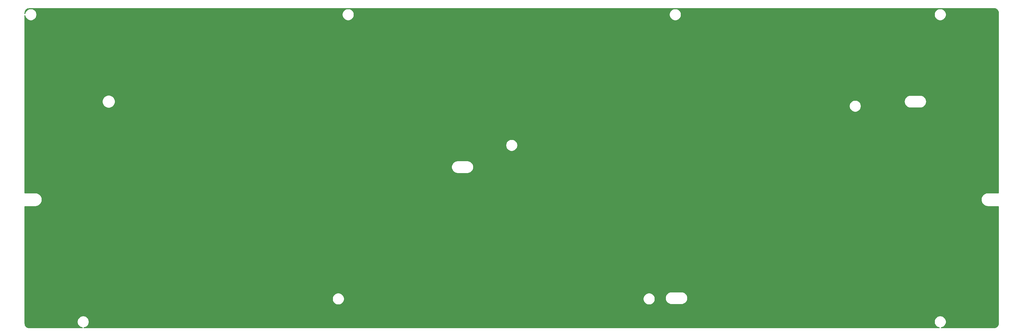
<source format=gbr>
%TF.GenerationSoftware,KiCad,Pcbnew,(5.1.9-0-10_14)*%
%TF.CreationDate,2021-01-17T11:24:12+09:00*%
%TF.ProjectId,Jones_plate_bottom,4a6f6e65-735f-4706-9c61-74655f626f74,rev?*%
%TF.SameCoordinates,Original*%
%TF.FileFunction,Copper,L2,Bot*%
%TF.FilePolarity,Positive*%
%FSLAX46Y46*%
G04 Gerber Fmt 4.6, Leading zero omitted, Abs format (unit mm)*
G04 Created by KiCad (PCBNEW (5.1.9-0-10_14)) date 2021-01-17 11:24:12*
%MOMM*%
%LPD*%
G01*
G04 APERTURE LIST*
%TA.AperFunction,NonConductor*%
%ADD10C,0.254000*%
%TD*%
%TA.AperFunction,NonConductor*%
%ADD11C,0.100000*%
%TD*%
G04 APERTURE END LIST*
D10*
X298660220Y-17886432D02*
X298886528Y-17954758D01*
X299095248Y-18065737D01*
X299278438Y-18215144D01*
X299429122Y-18397288D01*
X299541552Y-18605224D01*
X299611456Y-18831047D01*
X299639961Y-19102256D01*
X299639960Y-71589600D01*
X296586399Y-71589600D01*
X296552780Y-71592911D01*
X296545433Y-71592860D01*
X296534525Y-71593930D01*
X296301609Y-71618411D01*
X296231904Y-71632719D01*
X296162030Y-71646049D01*
X296151537Y-71649216D01*
X296151535Y-71649217D01*
X296151533Y-71649217D01*
X296151531Y-71649218D01*
X295927812Y-71718470D01*
X295862202Y-71746050D01*
X295796251Y-71772696D01*
X295786581Y-71777837D01*
X295786577Y-71777839D01*
X295786574Y-71777841D01*
X295580562Y-71889232D01*
X295521519Y-71929057D01*
X295462046Y-71967975D01*
X295453552Y-71974901D01*
X295453549Y-71974903D01*
X295453548Y-71974904D01*
X295273098Y-72124185D01*
X295222957Y-72174677D01*
X295172129Y-72224452D01*
X295165148Y-72232891D01*
X295165144Y-72232895D01*
X295165143Y-72232897D01*
X295017123Y-72414388D01*
X294977735Y-72473671D01*
X294937555Y-72532354D01*
X294932341Y-72541995D01*
X294822391Y-72748781D01*
X294795280Y-72814558D01*
X294767251Y-72879955D01*
X294764009Y-72890425D01*
X294696318Y-73114629D01*
X294682493Y-73184450D01*
X294667707Y-73254015D01*
X294666562Y-73264906D01*
X294666560Y-73264916D01*
X294666560Y-73264925D01*
X294643707Y-73497997D01*
X294643707Y-73532280D01*
X294640004Y-73566357D01*
X294639965Y-73577317D01*
X294639994Y-73585695D01*
X294643459Y-73619823D01*
X294643220Y-73654127D01*
X294644290Y-73665035D01*
X294668770Y-73897951D01*
X294683084Y-73967680D01*
X294696409Y-74037531D01*
X294699576Y-74048023D01*
X294768830Y-74271749D01*
X294796421Y-74337385D01*
X294823056Y-74403308D01*
X294828201Y-74412986D01*
X294939592Y-74618998D01*
X294979373Y-74677976D01*
X295018334Y-74737514D01*
X295025261Y-74746008D01*
X295174545Y-74926461D01*
X295225021Y-74976586D01*
X295274812Y-75027430D01*
X295283257Y-75034417D01*
X295464748Y-75182437D01*
X295524012Y-75221812D01*
X295582714Y-75262006D01*
X295592355Y-75267219D01*
X295799141Y-75377169D01*
X295864933Y-75404286D01*
X295930316Y-75432309D01*
X295940786Y-75435551D01*
X296164989Y-75503242D01*
X296234824Y-75517070D01*
X296304376Y-75531853D01*
X296315265Y-75532998D01*
X296315276Y-75533000D01*
X296315286Y-75533000D01*
X296548211Y-75555839D01*
X296586399Y-75559600D01*
X299639960Y-75559600D01*
X299639961Y-109636201D01*
X299613128Y-109909862D01*
X299544803Y-110136165D01*
X299433824Y-110344888D01*
X299284418Y-110528077D01*
X299102274Y-110678759D01*
X298894337Y-110791191D01*
X298668512Y-110861096D01*
X298397313Y-110889600D01*
X282963236Y-110889600D01*
X283233581Y-110835825D01*
X283549331Y-110705037D01*
X283833498Y-110515163D01*
X284075163Y-110273498D01*
X284265037Y-109989331D01*
X284395825Y-109673581D01*
X284462500Y-109338383D01*
X284462500Y-108996617D01*
X284395825Y-108661419D01*
X284265037Y-108345669D01*
X284075163Y-108061502D01*
X283833498Y-107819837D01*
X283549331Y-107629963D01*
X283233581Y-107499175D01*
X282898383Y-107432500D01*
X282556617Y-107432500D01*
X282221419Y-107499175D01*
X281905669Y-107629963D01*
X281621502Y-107819837D01*
X281379837Y-108061502D01*
X281189963Y-108345669D01*
X281059175Y-108661419D01*
X280992500Y-108996617D01*
X280992500Y-109338383D01*
X281059175Y-109673581D01*
X281189963Y-109989331D01*
X281379837Y-110273498D01*
X281621502Y-110515163D01*
X281905669Y-110705037D01*
X282221419Y-110835825D01*
X282491764Y-110889600D01*
X33408236Y-110889600D01*
X33678581Y-110835825D01*
X33994331Y-110705037D01*
X34278498Y-110515163D01*
X34520163Y-110273498D01*
X34710037Y-109989331D01*
X34840825Y-109673581D01*
X34907500Y-109338383D01*
X34907500Y-108996617D01*
X34840825Y-108661419D01*
X34710037Y-108345669D01*
X34520163Y-108061502D01*
X34278498Y-107819837D01*
X33994331Y-107629963D01*
X33678581Y-107499175D01*
X33343383Y-107432500D01*
X33001617Y-107432500D01*
X32666419Y-107499175D01*
X32350669Y-107629963D01*
X32066502Y-107819837D01*
X31824837Y-108061502D01*
X31634963Y-108345669D01*
X31504175Y-108661419D01*
X31437500Y-108996617D01*
X31437500Y-109338383D01*
X31504175Y-109673581D01*
X31634963Y-109989331D01*
X31824837Y-110273498D01*
X32066502Y-110515163D01*
X32350669Y-110705037D01*
X32666419Y-110835825D01*
X32936764Y-110889600D01*
X17463348Y-110889600D01*
X17189698Y-110862768D01*
X16963395Y-110794443D01*
X16754672Y-110683464D01*
X16571483Y-110534058D01*
X16420801Y-110351914D01*
X16308369Y-110143977D01*
X16238464Y-109918152D01*
X16209960Y-109646953D01*
X16209960Y-102329117D01*
X105732500Y-102329117D01*
X105732500Y-102670883D01*
X105799175Y-103006081D01*
X105929963Y-103321831D01*
X106119837Y-103605998D01*
X106361502Y-103847663D01*
X106645669Y-104037537D01*
X106961419Y-104168325D01*
X107296617Y-104235000D01*
X107638383Y-104235000D01*
X107973581Y-104168325D01*
X108289331Y-104037537D01*
X108573498Y-103847663D01*
X108815163Y-103605998D01*
X109005037Y-103321831D01*
X109135825Y-103006081D01*
X109202500Y-102670883D01*
X109202500Y-102329117D01*
X196220000Y-102329117D01*
X196220000Y-102670883D01*
X196286675Y-103006081D01*
X196417463Y-103321831D01*
X196607337Y-103605998D01*
X196849002Y-103847663D01*
X197133169Y-104037537D01*
X197448919Y-104168325D01*
X197784117Y-104235000D01*
X198125883Y-104235000D01*
X198461081Y-104168325D01*
X198776831Y-104037537D01*
X199060998Y-103847663D01*
X199302663Y-103605998D01*
X199492537Y-103321831D01*
X199623325Y-103006081D01*
X199690000Y-102670883D01*
X199690000Y-102329117D01*
X199679156Y-102274600D01*
X202681082Y-102274600D01*
X202716512Y-102634323D01*
X202821439Y-102980222D01*
X202991831Y-103299004D01*
X203221141Y-103578419D01*
X203500556Y-103807729D01*
X203819338Y-103978121D01*
X204165237Y-104083048D01*
X204434821Y-104109600D01*
X207415099Y-104109600D01*
X207684683Y-104083048D01*
X208030582Y-103978121D01*
X208349364Y-103807729D01*
X208628779Y-103578419D01*
X208858089Y-103299004D01*
X209028481Y-102980222D01*
X209133408Y-102634323D01*
X209168838Y-102274600D01*
X209133408Y-101914877D01*
X209028481Y-101568978D01*
X208858089Y-101250196D01*
X208628779Y-100970781D01*
X208349364Y-100741471D01*
X208030582Y-100571079D01*
X207684683Y-100466152D01*
X207415099Y-100439600D01*
X204434821Y-100439600D01*
X204165237Y-100466152D01*
X203819338Y-100571079D01*
X203500556Y-100741471D01*
X203221141Y-100970781D01*
X202991831Y-101250196D01*
X202821439Y-101568978D01*
X202716512Y-101914877D01*
X202681082Y-102274600D01*
X199679156Y-102274600D01*
X199623325Y-101993919D01*
X199492537Y-101678169D01*
X199302663Y-101394002D01*
X199060998Y-101152337D01*
X198776831Y-100962463D01*
X198461081Y-100831675D01*
X198125883Y-100765000D01*
X197784117Y-100765000D01*
X197448919Y-100831675D01*
X197133169Y-100962463D01*
X196849002Y-101152337D01*
X196607337Y-101394002D01*
X196417463Y-101678169D01*
X196286675Y-101993919D01*
X196220000Y-102329117D01*
X109202500Y-102329117D01*
X109135825Y-101993919D01*
X109005037Y-101678169D01*
X108815163Y-101394002D01*
X108573498Y-101152337D01*
X108289331Y-100962463D01*
X107973581Y-100831675D01*
X107638383Y-100765000D01*
X107296617Y-100765000D01*
X106961419Y-100831675D01*
X106645669Y-100962463D01*
X106361502Y-101152337D01*
X106119837Y-101394002D01*
X105929963Y-101678169D01*
X105799175Y-101993919D01*
X105732500Y-102329117D01*
X16209960Y-102329117D01*
X16209960Y-75559600D01*
X19263521Y-75559600D01*
X19297140Y-75556289D01*
X19304487Y-75556340D01*
X19315395Y-75555270D01*
X19548311Y-75530790D01*
X19618040Y-75516476D01*
X19687891Y-75503151D01*
X19698383Y-75499984D01*
X19698385Y-75499983D01*
X19698387Y-75499983D01*
X19698389Y-75499982D01*
X19922109Y-75430730D01*
X19987745Y-75403139D01*
X20053668Y-75376504D01*
X20063339Y-75371363D01*
X20063343Y-75371361D01*
X20063346Y-75371359D01*
X20269358Y-75259968D01*
X20328336Y-75220187D01*
X20387874Y-75181226D01*
X20396368Y-75174299D01*
X20576821Y-75025015D01*
X20626946Y-74974539D01*
X20677790Y-74924748D01*
X20684777Y-74916303D01*
X20832797Y-74734812D01*
X20872172Y-74675548D01*
X20912366Y-74616846D01*
X20917579Y-74607205D01*
X21027529Y-74400419D01*
X21054646Y-74334627D01*
X21082669Y-74269244D01*
X21085911Y-74258774D01*
X21153602Y-74034571D01*
X21167430Y-73964736D01*
X21182213Y-73895184D01*
X21183358Y-73884295D01*
X21183360Y-73884284D01*
X21183360Y-73884274D01*
X21206213Y-73651203D01*
X21206213Y-73616920D01*
X21209916Y-73582843D01*
X21209955Y-73571883D01*
X21209926Y-73563505D01*
X21206461Y-73529377D01*
X21206700Y-73495073D01*
X21205630Y-73484165D01*
X21181149Y-73251249D01*
X21166841Y-73181544D01*
X21153511Y-73111670D01*
X21150344Y-73101177D01*
X21081090Y-72877452D01*
X21053510Y-72811842D01*
X21026864Y-72745891D01*
X21021719Y-72736214D01*
X20910328Y-72530202D01*
X20870503Y-72471159D01*
X20831585Y-72411686D01*
X20824659Y-72403192D01*
X20675375Y-72222738D01*
X20624883Y-72172597D01*
X20575108Y-72121769D01*
X20566669Y-72114788D01*
X20566665Y-72114784D01*
X20566661Y-72114781D01*
X20385172Y-71966763D01*
X20325889Y-71927375D01*
X20267206Y-71887195D01*
X20257568Y-71881982D01*
X20257560Y-71881978D01*
X20050779Y-71772031D01*
X19985002Y-71744920D01*
X19919605Y-71716891D01*
X19909135Y-71713649D01*
X19684931Y-71645958D01*
X19615110Y-71632133D01*
X19545545Y-71617347D01*
X19534654Y-71616202D01*
X19534644Y-71616200D01*
X19534635Y-71616200D01*
X19301709Y-71593361D01*
X19263521Y-71589600D01*
X16209960Y-71589600D01*
X16209960Y-64074600D01*
X140381082Y-64074600D01*
X140416512Y-64434323D01*
X140521439Y-64780222D01*
X140691831Y-65099004D01*
X140921141Y-65378419D01*
X141200556Y-65607729D01*
X141519338Y-65778121D01*
X141865237Y-65883048D01*
X142134821Y-65909600D01*
X145115099Y-65909600D01*
X145384683Y-65883048D01*
X145730582Y-65778121D01*
X146049364Y-65607729D01*
X146328779Y-65378419D01*
X146558089Y-65099004D01*
X146728481Y-64780222D01*
X146833408Y-64434323D01*
X146868838Y-64074600D01*
X146833408Y-63714877D01*
X146728481Y-63368978D01*
X146558089Y-63050196D01*
X146328779Y-62770781D01*
X146049364Y-62541471D01*
X145730582Y-62371079D01*
X145384683Y-62266152D01*
X145115099Y-62239600D01*
X142134821Y-62239600D01*
X141865237Y-62266152D01*
X141519338Y-62371079D01*
X141200556Y-62541471D01*
X140921141Y-62770781D01*
X140691831Y-63050196D01*
X140521439Y-63368978D01*
X140416512Y-63714877D01*
X140381082Y-64074600D01*
X16209960Y-64074600D01*
X16209960Y-57561617D01*
X156215000Y-57561617D01*
X156215000Y-57903383D01*
X156281675Y-58238581D01*
X156412463Y-58554331D01*
X156602337Y-58838498D01*
X156844002Y-59080163D01*
X157128169Y-59270037D01*
X157443919Y-59400825D01*
X157779117Y-59467500D01*
X158120883Y-59467500D01*
X158456081Y-59400825D01*
X158771831Y-59270037D01*
X159055998Y-59080163D01*
X159297663Y-58838498D01*
X159487537Y-58554331D01*
X159618325Y-58238581D01*
X159685000Y-57903383D01*
X159685000Y-57561617D01*
X159618325Y-57226419D01*
X159487537Y-56910669D01*
X159297663Y-56626502D01*
X159055998Y-56384837D01*
X158771831Y-56194963D01*
X158456081Y-56064175D01*
X158120883Y-55997500D01*
X157779117Y-55997500D01*
X157443919Y-56064175D01*
X157128169Y-56194963D01*
X156844002Y-56384837D01*
X156602337Y-56626502D01*
X156412463Y-56910669D01*
X156281675Y-57226419D01*
X156215000Y-57561617D01*
X16209960Y-57561617D01*
X16209960Y-44788973D01*
X38740260Y-44788973D01*
X38740260Y-45160227D01*
X38812688Y-45524347D01*
X38954761Y-45867340D01*
X39161018Y-46176026D01*
X39423534Y-46438542D01*
X39732220Y-46644799D01*
X40075213Y-46786872D01*
X40439333Y-46859300D01*
X40810587Y-46859300D01*
X41174707Y-46786872D01*
X41517700Y-46644799D01*
X41826386Y-46438542D01*
X42088902Y-46176026D01*
X42118575Y-46131617D01*
X256227500Y-46131617D01*
X256227500Y-46473383D01*
X256294175Y-46808581D01*
X256424963Y-47124331D01*
X256614837Y-47408498D01*
X256856502Y-47650163D01*
X257140669Y-47840037D01*
X257456419Y-47970825D01*
X257791617Y-48037500D01*
X258133383Y-48037500D01*
X258468581Y-47970825D01*
X258784331Y-47840037D01*
X259068498Y-47650163D01*
X259310163Y-47408498D01*
X259500037Y-47124331D01*
X259630825Y-46808581D01*
X259697500Y-46473383D01*
X259697500Y-46131617D01*
X259630825Y-45796419D01*
X259500037Y-45480669D01*
X259310163Y-45196502D01*
X259088261Y-44974600D01*
X272231082Y-44974600D01*
X272266512Y-45334323D01*
X272371439Y-45680222D01*
X272541831Y-45999004D01*
X272771141Y-46278419D01*
X273050556Y-46507729D01*
X273369338Y-46678121D01*
X273715237Y-46783048D01*
X273984821Y-46809600D01*
X276965099Y-46809600D01*
X277234683Y-46783048D01*
X277580582Y-46678121D01*
X277899364Y-46507729D01*
X278178779Y-46278419D01*
X278408089Y-45999004D01*
X278578481Y-45680222D01*
X278683408Y-45334323D01*
X278718838Y-44974600D01*
X278683408Y-44614877D01*
X278578481Y-44268978D01*
X278408089Y-43950196D01*
X278178779Y-43670781D01*
X277899364Y-43441471D01*
X277580582Y-43271079D01*
X277234683Y-43166152D01*
X276965099Y-43139600D01*
X273984821Y-43139600D01*
X273715237Y-43166152D01*
X273369338Y-43271079D01*
X273050556Y-43441471D01*
X272771141Y-43670781D01*
X272541831Y-43950196D01*
X272371439Y-44268978D01*
X272266512Y-44614877D01*
X272231082Y-44974600D01*
X259088261Y-44974600D01*
X259068498Y-44954837D01*
X258784331Y-44764963D01*
X258468581Y-44634175D01*
X258133383Y-44567500D01*
X257791617Y-44567500D01*
X257456419Y-44634175D01*
X257140669Y-44764963D01*
X256856502Y-44954837D01*
X256614837Y-45196502D01*
X256424963Y-45480669D01*
X256294175Y-45796419D01*
X256227500Y-46131617D01*
X42118575Y-46131617D01*
X42295159Y-45867340D01*
X42437232Y-45524347D01*
X42509660Y-45160227D01*
X42509660Y-44788973D01*
X42437232Y-44424853D01*
X42295159Y-44081860D01*
X42088902Y-43773174D01*
X41826386Y-43510658D01*
X41517700Y-43304401D01*
X41174707Y-43162328D01*
X40810587Y-43089900D01*
X40439333Y-43089900D01*
X40075213Y-43162328D01*
X39732220Y-43304401D01*
X39423534Y-43510658D01*
X39161018Y-43773174D01*
X38954761Y-44081860D01*
X38812688Y-44424853D01*
X38740260Y-44788973D01*
X16209960Y-44788973D01*
X16209960Y-19866024D01*
X16264175Y-20138581D01*
X16394963Y-20454331D01*
X16584837Y-20738498D01*
X16826502Y-20980163D01*
X17110669Y-21170037D01*
X17426419Y-21300825D01*
X17761617Y-21367500D01*
X18103383Y-21367500D01*
X18438581Y-21300825D01*
X18754331Y-21170037D01*
X19038498Y-20980163D01*
X19280163Y-20738498D01*
X19470037Y-20454331D01*
X19600825Y-20138581D01*
X19667500Y-19803383D01*
X19667500Y-19461617D01*
X108590000Y-19461617D01*
X108590000Y-19803383D01*
X108656675Y-20138581D01*
X108787463Y-20454331D01*
X108977337Y-20738498D01*
X109219002Y-20980163D01*
X109503169Y-21170037D01*
X109818919Y-21300825D01*
X110154117Y-21367500D01*
X110495883Y-21367500D01*
X110831081Y-21300825D01*
X111146831Y-21170037D01*
X111430998Y-20980163D01*
X111672663Y-20738498D01*
X111862537Y-20454331D01*
X111993325Y-20138581D01*
X112060000Y-19803383D01*
X112060000Y-19461617D01*
X203840000Y-19461617D01*
X203840000Y-19803383D01*
X203906675Y-20138581D01*
X204037463Y-20454331D01*
X204227337Y-20738498D01*
X204469002Y-20980163D01*
X204753169Y-21170037D01*
X205068919Y-21300825D01*
X205404117Y-21367500D01*
X205745883Y-21367500D01*
X206081081Y-21300825D01*
X206396831Y-21170037D01*
X206680998Y-20980163D01*
X206922663Y-20738498D01*
X207112537Y-20454331D01*
X207243325Y-20138581D01*
X207310000Y-19803383D01*
X207310000Y-19461617D01*
X280992500Y-19461617D01*
X280992500Y-19803383D01*
X281059175Y-20138581D01*
X281189963Y-20454331D01*
X281379837Y-20738498D01*
X281621502Y-20980163D01*
X281905669Y-21170037D01*
X282221419Y-21300825D01*
X282556617Y-21367500D01*
X282898383Y-21367500D01*
X283233581Y-21300825D01*
X283549331Y-21170037D01*
X283833498Y-20980163D01*
X284075163Y-20738498D01*
X284265037Y-20454331D01*
X284395825Y-20138581D01*
X284462500Y-19803383D01*
X284462500Y-19461617D01*
X284395825Y-19126419D01*
X284265037Y-18810669D01*
X284075163Y-18526502D01*
X283833498Y-18284837D01*
X283549331Y-18094963D01*
X283233581Y-17964175D01*
X282898383Y-17897500D01*
X282556617Y-17897500D01*
X282221419Y-17964175D01*
X281905669Y-18094963D01*
X281621502Y-18284837D01*
X281379837Y-18526502D01*
X281189963Y-18810669D01*
X281059175Y-19126419D01*
X280992500Y-19461617D01*
X207310000Y-19461617D01*
X207243325Y-19126419D01*
X207112537Y-18810669D01*
X206922663Y-18526502D01*
X206680998Y-18284837D01*
X206396831Y-18094963D01*
X206081081Y-17964175D01*
X205745883Y-17897500D01*
X205404117Y-17897500D01*
X205068919Y-17964175D01*
X204753169Y-18094963D01*
X204469002Y-18284837D01*
X204227337Y-18526502D01*
X204037463Y-18810669D01*
X203906675Y-19126419D01*
X203840000Y-19461617D01*
X112060000Y-19461617D01*
X111993325Y-19126419D01*
X111862537Y-18810669D01*
X111672663Y-18526502D01*
X111430998Y-18284837D01*
X111146831Y-18094963D01*
X110831081Y-17964175D01*
X110495883Y-17897500D01*
X110154117Y-17897500D01*
X109818919Y-17964175D01*
X109503169Y-18094963D01*
X109219002Y-18284837D01*
X108977337Y-18526502D01*
X108787463Y-18810669D01*
X108656675Y-19126419D01*
X108590000Y-19461617D01*
X19667500Y-19461617D01*
X19600825Y-19126419D01*
X19470037Y-18810669D01*
X19280163Y-18526502D01*
X19038498Y-18284837D01*
X18754331Y-18094963D01*
X18438581Y-17964175D01*
X18103383Y-17897500D01*
X17761617Y-17897500D01*
X17426419Y-17964175D01*
X17110669Y-18094963D01*
X16826502Y-18284837D01*
X16584837Y-18526502D01*
X16394963Y-18810669D01*
X16264175Y-19126419D01*
X16209960Y-19398976D01*
X16209960Y-19112988D01*
X16236792Y-18839340D01*
X16305118Y-18613032D01*
X16416097Y-18404312D01*
X16565504Y-18221122D01*
X16747648Y-18070438D01*
X16955584Y-17958008D01*
X17181407Y-17888104D01*
X17452607Y-17859600D01*
X298386572Y-17859600D01*
X298660220Y-17886432D01*
%TA.AperFunction,NonConductor*%
D11*
G36*
X298660220Y-17886432D02*
G01*
X298886528Y-17954758D01*
X299095248Y-18065737D01*
X299278438Y-18215144D01*
X299429122Y-18397288D01*
X299541552Y-18605224D01*
X299611456Y-18831047D01*
X299639961Y-19102256D01*
X299639960Y-71589600D01*
X296586399Y-71589600D01*
X296552780Y-71592911D01*
X296545433Y-71592860D01*
X296534525Y-71593930D01*
X296301609Y-71618411D01*
X296231904Y-71632719D01*
X296162030Y-71646049D01*
X296151537Y-71649216D01*
X296151535Y-71649217D01*
X296151533Y-71649217D01*
X296151531Y-71649218D01*
X295927812Y-71718470D01*
X295862202Y-71746050D01*
X295796251Y-71772696D01*
X295786581Y-71777837D01*
X295786577Y-71777839D01*
X295786574Y-71777841D01*
X295580562Y-71889232D01*
X295521519Y-71929057D01*
X295462046Y-71967975D01*
X295453552Y-71974901D01*
X295453549Y-71974903D01*
X295453548Y-71974904D01*
X295273098Y-72124185D01*
X295222957Y-72174677D01*
X295172129Y-72224452D01*
X295165148Y-72232891D01*
X295165144Y-72232895D01*
X295165143Y-72232897D01*
X295017123Y-72414388D01*
X294977735Y-72473671D01*
X294937555Y-72532354D01*
X294932341Y-72541995D01*
X294822391Y-72748781D01*
X294795280Y-72814558D01*
X294767251Y-72879955D01*
X294764009Y-72890425D01*
X294696318Y-73114629D01*
X294682493Y-73184450D01*
X294667707Y-73254015D01*
X294666562Y-73264906D01*
X294666560Y-73264916D01*
X294666560Y-73264925D01*
X294643707Y-73497997D01*
X294643707Y-73532280D01*
X294640004Y-73566357D01*
X294639965Y-73577317D01*
X294639994Y-73585695D01*
X294643459Y-73619823D01*
X294643220Y-73654127D01*
X294644290Y-73665035D01*
X294668770Y-73897951D01*
X294683084Y-73967680D01*
X294696409Y-74037531D01*
X294699576Y-74048023D01*
X294768830Y-74271749D01*
X294796421Y-74337385D01*
X294823056Y-74403308D01*
X294828201Y-74412986D01*
X294939592Y-74618998D01*
X294979373Y-74677976D01*
X295018334Y-74737514D01*
X295025261Y-74746008D01*
X295174545Y-74926461D01*
X295225021Y-74976586D01*
X295274812Y-75027430D01*
X295283257Y-75034417D01*
X295464748Y-75182437D01*
X295524012Y-75221812D01*
X295582714Y-75262006D01*
X295592355Y-75267219D01*
X295799141Y-75377169D01*
X295864933Y-75404286D01*
X295930316Y-75432309D01*
X295940786Y-75435551D01*
X296164989Y-75503242D01*
X296234824Y-75517070D01*
X296304376Y-75531853D01*
X296315265Y-75532998D01*
X296315276Y-75533000D01*
X296315286Y-75533000D01*
X296548211Y-75555839D01*
X296586399Y-75559600D01*
X299639960Y-75559600D01*
X299639961Y-109636201D01*
X299613128Y-109909862D01*
X299544803Y-110136165D01*
X299433824Y-110344888D01*
X299284418Y-110528077D01*
X299102274Y-110678759D01*
X298894337Y-110791191D01*
X298668512Y-110861096D01*
X298397313Y-110889600D01*
X282963236Y-110889600D01*
X283233581Y-110835825D01*
X283549331Y-110705037D01*
X283833498Y-110515163D01*
X284075163Y-110273498D01*
X284265037Y-109989331D01*
X284395825Y-109673581D01*
X284462500Y-109338383D01*
X284462500Y-108996617D01*
X284395825Y-108661419D01*
X284265037Y-108345669D01*
X284075163Y-108061502D01*
X283833498Y-107819837D01*
X283549331Y-107629963D01*
X283233581Y-107499175D01*
X282898383Y-107432500D01*
X282556617Y-107432500D01*
X282221419Y-107499175D01*
X281905669Y-107629963D01*
X281621502Y-107819837D01*
X281379837Y-108061502D01*
X281189963Y-108345669D01*
X281059175Y-108661419D01*
X280992500Y-108996617D01*
X280992500Y-109338383D01*
X281059175Y-109673581D01*
X281189963Y-109989331D01*
X281379837Y-110273498D01*
X281621502Y-110515163D01*
X281905669Y-110705037D01*
X282221419Y-110835825D01*
X282491764Y-110889600D01*
X33408236Y-110889600D01*
X33678581Y-110835825D01*
X33994331Y-110705037D01*
X34278498Y-110515163D01*
X34520163Y-110273498D01*
X34710037Y-109989331D01*
X34840825Y-109673581D01*
X34907500Y-109338383D01*
X34907500Y-108996617D01*
X34840825Y-108661419D01*
X34710037Y-108345669D01*
X34520163Y-108061502D01*
X34278498Y-107819837D01*
X33994331Y-107629963D01*
X33678581Y-107499175D01*
X33343383Y-107432500D01*
X33001617Y-107432500D01*
X32666419Y-107499175D01*
X32350669Y-107629963D01*
X32066502Y-107819837D01*
X31824837Y-108061502D01*
X31634963Y-108345669D01*
X31504175Y-108661419D01*
X31437500Y-108996617D01*
X31437500Y-109338383D01*
X31504175Y-109673581D01*
X31634963Y-109989331D01*
X31824837Y-110273498D01*
X32066502Y-110515163D01*
X32350669Y-110705037D01*
X32666419Y-110835825D01*
X32936764Y-110889600D01*
X17463348Y-110889600D01*
X17189698Y-110862768D01*
X16963395Y-110794443D01*
X16754672Y-110683464D01*
X16571483Y-110534058D01*
X16420801Y-110351914D01*
X16308369Y-110143977D01*
X16238464Y-109918152D01*
X16209960Y-109646953D01*
X16209960Y-102329117D01*
X105732500Y-102329117D01*
X105732500Y-102670883D01*
X105799175Y-103006081D01*
X105929963Y-103321831D01*
X106119837Y-103605998D01*
X106361502Y-103847663D01*
X106645669Y-104037537D01*
X106961419Y-104168325D01*
X107296617Y-104235000D01*
X107638383Y-104235000D01*
X107973581Y-104168325D01*
X108289331Y-104037537D01*
X108573498Y-103847663D01*
X108815163Y-103605998D01*
X109005037Y-103321831D01*
X109135825Y-103006081D01*
X109202500Y-102670883D01*
X109202500Y-102329117D01*
X196220000Y-102329117D01*
X196220000Y-102670883D01*
X196286675Y-103006081D01*
X196417463Y-103321831D01*
X196607337Y-103605998D01*
X196849002Y-103847663D01*
X197133169Y-104037537D01*
X197448919Y-104168325D01*
X197784117Y-104235000D01*
X198125883Y-104235000D01*
X198461081Y-104168325D01*
X198776831Y-104037537D01*
X199060998Y-103847663D01*
X199302663Y-103605998D01*
X199492537Y-103321831D01*
X199623325Y-103006081D01*
X199690000Y-102670883D01*
X199690000Y-102329117D01*
X199679156Y-102274600D01*
X202681082Y-102274600D01*
X202716512Y-102634323D01*
X202821439Y-102980222D01*
X202991831Y-103299004D01*
X203221141Y-103578419D01*
X203500556Y-103807729D01*
X203819338Y-103978121D01*
X204165237Y-104083048D01*
X204434821Y-104109600D01*
X207415099Y-104109600D01*
X207684683Y-104083048D01*
X208030582Y-103978121D01*
X208349364Y-103807729D01*
X208628779Y-103578419D01*
X208858089Y-103299004D01*
X209028481Y-102980222D01*
X209133408Y-102634323D01*
X209168838Y-102274600D01*
X209133408Y-101914877D01*
X209028481Y-101568978D01*
X208858089Y-101250196D01*
X208628779Y-100970781D01*
X208349364Y-100741471D01*
X208030582Y-100571079D01*
X207684683Y-100466152D01*
X207415099Y-100439600D01*
X204434821Y-100439600D01*
X204165237Y-100466152D01*
X203819338Y-100571079D01*
X203500556Y-100741471D01*
X203221141Y-100970781D01*
X202991831Y-101250196D01*
X202821439Y-101568978D01*
X202716512Y-101914877D01*
X202681082Y-102274600D01*
X199679156Y-102274600D01*
X199623325Y-101993919D01*
X199492537Y-101678169D01*
X199302663Y-101394002D01*
X199060998Y-101152337D01*
X198776831Y-100962463D01*
X198461081Y-100831675D01*
X198125883Y-100765000D01*
X197784117Y-100765000D01*
X197448919Y-100831675D01*
X197133169Y-100962463D01*
X196849002Y-101152337D01*
X196607337Y-101394002D01*
X196417463Y-101678169D01*
X196286675Y-101993919D01*
X196220000Y-102329117D01*
X109202500Y-102329117D01*
X109135825Y-101993919D01*
X109005037Y-101678169D01*
X108815163Y-101394002D01*
X108573498Y-101152337D01*
X108289331Y-100962463D01*
X107973581Y-100831675D01*
X107638383Y-100765000D01*
X107296617Y-100765000D01*
X106961419Y-100831675D01*
X106645669Y-100962463D01*
X106361502Y-101152337D01*
X106119837Y-101394002D01*
X105929963Y-101678169D01*
X105799175Y-101993919D01*
X105732500Y-102329117D01*
X16209960Y-102329117D01*
X16209960Y-75559600D01*
X19263521Y-75559600D01*
X19297140Y-75556289D01*
X19304487Y-75556340D01*
X19315395Y-75555270D01*
X19548311Y-75530790D01*
X19618040Y-75516476D01*
X19687891Y-75503151D01*
X19698383Y-75499984D01*
X19698385Y-75499983D01*
X19698387Y-75499983D01*
X19698389Y-75499982D01*
X19922109Y-75430730D01*
X19987745Y-75403139D01*
X20053668Y-75376504D01*
X20063339Y-75371363D01*
X20063343Y-75371361D01*
X20063346Y-75371359D01*
X20269358Y-75259968D01*
X20328336Y-75220187D01*
X20387874Y-75181226D01*
X20396368Y-75174299D01*
X20576821Y-75025015D01*
X20626946Y-74974539D01*
X20677790Y-74924748D01*
X20684777Y-74916303D01*
X20832797Y-74734812D01*
X20872172Y-74675548D01*
X20912366Y-74616846D01*
X20917579Y-74607205D01*
X21027529Y-74400419D01*
X21054646Y-74334627D01*
X21082669Y-74269244D01*
X21085911Y-74258774D01*
X21153602Y-74034571D01*
X21167430Y-73964736D01*
X21182213Y-73895184D01*
X21183358Y-73884295D01*
X21183360Y-73884284D01*
X21183360Y-73884274D01*
X21206213Y-73651203D01*
X21206213Y-73616920D01*
X21209916Y-73582843D01*
X21209955Y-73571883D01*
X21209926Y-73563505D01*
X21206461Y-73529377D01*
X21206700Y-73495073D01*
X21205630Y-73484165D01*
X21181149Y-73251249D01*
X21166841Y-73181544D01*
X21153511Y-73111670D01*
X21150344Y-73101177D01*
X21081090Y-72877452D01*
X21053510Y-72811842D01*
X21026864Y-72745891D01*
X21021719Y-72736214D01*
X20910328Y-72530202D01*
X20870503Y-72471159D01*
X20831585Y-72411686D01*
X20824659Y-72403192D01*
X20675375Y-72222738D01*
X20624883Y-72172597D01*
X20575108Y-72121769D01*
X20566669Y-72114788D01*
X20566665Y-72114784D01*
X20566661Y-72114781D01*
X20385172Y-71966763D01*
X20325889Y-71927375D01*
X20267206Y-71887195D01*
X20257568Y-71881982D01*
X20257560Y-71881978D01*
X20050779Y-71772031D01*
X19985002Y-71744920D01*
X19919605Y-71716891D01*
X19909135Y-71713649D01*
X19684931Y-71645958D01*
X19615110Y-71632133D01*
X19545545Y-71617347D01*
X19534654Y-71616202D01*
X19534644Y-71616200D01*
X19534635Y-71616200D01*
X19301709Y-71593361D01*
X19263521Y-71589600D01*
X16209960Y-71589600D01*
X16209960Y-64074600D01*
X140381082Y-64074600D01*
X140416512Y-64434323D01*
X140521439Y-64780222D01*
X140691831Y-65099004D01*
X140921141Y-65378419D01*
X141200556Y-65607729D01*
X141519338Y-65778121D01*
X141865237Y-65883048D01*
X142134821Y-65909600D01*
X145115099Y-65909600D01*
X145384683Y-65883048D01*
X145730582Y-65778121D01*
X146049364Y-65607729D01*
X146328779Y-65378419D01*
X146558089Y-65099004D01*
X146728481Y-64780222D01*
X146833408Y-64434323D01*
X146868838Y-64074600D01*
X146833408Y-63714877D01*
X146728481Y-63368978D01*
X146558089Y-63050196D01*
X146328779Y-62770781D01*
X146049364Y-62541471D01*
X145730582Y-62371079D01*
X145384683Y-62266152D01*
X145115099Y-62239600D01*
X142134821Y-62239600D01*
X141865237Y-62266152D01*
X141519338Y-62371079D01*
X141200556Y-62541471D01*
X140921141Y-62770781D01*
X140691831Y-63050196D01*
X140521439Y-63368978D01*
X140416512Y-63714877D01*
X140381082Y-64074600D01*
X16209960Y-64074600D01*
X16209960Y-57561617D01*
X156215000Y-57561617D01*
X156215000Y-57903383D01*
X156281675Y-58238581D01*
X156412463Y-58554331D01*
X156602337Y-58838498D01*
X156844002Y-59080163D01*
X157128169Y-59270037D01*
X157443919Y-59400825D01*
X157779117Y-59467500D01*
X158120883Y-59467500D01*
X158456081Y-59400825D01*
X158771831Y-59270037D01*
X159055998Y-59080163D01*
X159297663Y-58838498D01*
X159487537Y-58554331D01*
X159618325Y-58238581D01*
X159685000Y-57903383D01*
X159685000Y-57561617D01*
X159618325Y-57226419D01*
X159487537Y-56910669D01*
X159297663Y-56626502D01*
X159055998Y-56384837D01*
X158771831Y-56194963D01*
X158456081Y-56064175D01*
X158120883Y-55997500D01*
X157779117Y-55997500D01*
X157443919Y-56064175D01*
X157128169Y-56194963D01*
X156844002Y-56384837D01*
X156602337Y-56626502D01*
X156412463Y-56910669D01*
X156281675Y-57226419D01*
X156215000Y-57561617D01*
X16209960Y-57561617D01*
X16209960Y-44788973D01*
X38740260Y-44788973D01*
X38740260Y-45160227D01*
X38812688Y-45524347D01*
X38954761Y-45867340D01*
X39161018Y-46176026D01*
X39423534Y-46438542D01*
X39732220Y-46644799D01*
X40075213Y-46786872D01*
X40439333Y-46859300D01*
X40810587Y-46859300D01*
X41174707Y-46786872D01*
X41517700Y-46644799D01*
X41826386Y-46438542D01*
X42088902Y-46176026D01*
X42118575Y-46131617D01*
X256227500Y-46131617D01*
X256227500Y-46473383D01*
X256294175Y-46808581D01*
X256424963Y-47124331D01*
X256614837Y-47408498D01*
X256856502Y-47650163D01*
X257140669Y-47840037D01*
X257456419Y-47970825D01*
X257791617Y-48037500D01*
X258133383Y-48037500D01*
X258468581Y-47970825D01*
X258784331Y-47840037D01*
X259068498Y-47650163D01*
X259310163Y-47408498D01*
X259500037Y-47124331D01*
X259630825Y-46808581D01*
X259697500Y-46473383D01*
X259697500Y-46131617D01*
X259630825Y-45796419D01*
X259500037Y-45480669D01*
X259310163Y-45196502D01*
X259088261Y-44974600D01*
X272231082Y-44974600D01*
X272266512Y-45334323D01*
X272371439Y-45680222D01*
X272541831Y-45999004D01*
X272771141Y-46278419D01*
X273050556Y-46507729D01*
X273369338Y-46678121D01*
X273715237Y-46783048D01*
X273984821Y-46809600D01*
X276965099Y-46809600D01*
X277234683Y-46783048D01*
X277580582Y-46678121D01*
X277899364Y-46507729D01*
X278178779Y-46278419D01*
X278408089Y-45999004D01*
X278578481Y-45680222D01*
X278683408Y-45334323D01*
X278718838Y-44974600D01*
X278683408Y-44614877D01*
X278578481Y-44268978D01*
X278408089Y-43950196D01*
X278178779Y-43670781D01*
X277899364Y-43441471D01*
X277580582Y-43271079D01*
X277234683Y-43166152D01*
X276965099Y-43139600D01*
X273984821Y-43139600D01*
X273715237Y-43166152D01*
X273369338Y-43271079D01*
X273050556Y-43441471D01*
X272771141Y-43670781D01*
X272541831Y-43950196D01*
X272371439Y-44268978D01*
X272266512Y-44614877D01*
X272231082Y-44974600D01*
X259088261Y-44974600D01*
X259068498Y-44954837D01*
X258784331Y-44764963D01*
X258468581Y-44634175D01*
X258133383Y-44567500D01*
X257791617Y-44567500D01*
X257456419Y-44634175D01*
X257140669Y-44764963D01*
X256856502Y-44954837D01*
X256614837Y-45196502D01*
X256424963Y-45480669D01*
X256294175Y-45796419D01*
X256227500Y-46131617D01*
X42118575Y-46131617D01*
X42295159Y-45867340D01*
X42437232Y-45524347D01*
X42509660Y-45160227D01*
X42509660Y-44788973D01*
X42437232Y-44424853D01*
X42295159Y-44081860D01*
X42088902Y-43773174D01*
X41826386Y-43510658D01*
X41517700Y-43304401D01*
X41174707Y-43162328D01*
X40810587Y-43089900D01*
X40439333Y-43089900D01*
X40075213Y-43162328D01*
X39732220Y-43304401D01*
X39423534Y-43510658D01*
X39161018Y-43773174D01*
X38954761Y-44081860D01*
X38812688Y-44424853D01*
X38740260Y-44788973D01*
X16209960Y-44788973D01*
X16209960Y-19866024D01*
X16264175Y-20138581D01*
X16394963Y-20454331D01*
X16584837Y-20738498D01*
X16826502Y-20980163D01*
X17110669Y-21170037D01*
X17426419Y-21300825D01*
X17761617Y-21367500D01*
X18103383Y-21367500D01*
X18438581Y-21300825D01*
X18754331Y-21170037D01*
X19038498Y-20980163D01*
X19280163Y-20738498D01*
X19470037Y-20454331D01*
X19600825Y-20138581D01*
X19667500Y-19803383D01*
X19667500Y-19461617D01*
X108590000Y-19461617D01*
X108590000Y-19803383D01*
X108656675Y-20138581D01*
X108787463Y-20454331D01*
X108977337Y-20738498D01*
X109219002Y-20980163D01*
X109503169Y-21170037D01*
X109818919Y-21300825D01*
X110154117Y-21367500D01*
X110495883Y-21367500D01*
X110831081Y-21300825D01*
X111146831Y-21170037D01*
X111430998Y-20980163D01*
X111672663Y-20738498D01*
X111862537Y-20454331D01*
X111993325Y-20138581D01*
X112060000Y-19803383D01*
X112060000Y-19461617D01*
X203840000Y-19461617D01*
X203840000Y-19803383D01*
X203906675Y-20138581D01*
X204037463Y-20454331D01*
X204227337Y-20738498D01*
X204469002Y-20980163D01*
X204753169Y-21170037D01*
X205068919Y-21300825D01*
X205404117Y-21367500D01*
X205745883Y-21367500D01*
X206081081Y-21300825D01*
X206396831Y-21170037D01*
X206680998Y-20980163D01*
X206922663Y-20738498D01*
X207112537Y-20454331D01*
X207243325Y-20138581D01*
X207310000Y-19803383D01*
X207310000Y-19461617D01*
X280992500Y-19461617D01*
X280992500Y-19803383D01*
X281059175Y-20138581D01*
X281189963Y-20454331D01*
X281379837Y-20738498D01*
X281621502Y-20980163D01*
X281905669Y-21170037D01*
X282221419Y-21300825D01*
X282556617Y-21367500D01*
X282898383Y-21367500D01*
X283233581Y-21300825D01*
X283549331Y-21170037D01*
X283833498Y-20980163D01*
X284075163Y-20738498D01*
X284265037Y-20454331D01*
X284395825Y-20138581D01*
X284462500Y-19803383D01*
X284462500Y-19461617D01*
X284395825Y-19126419D01*
X284265037Y-18810669D01*
X284075163Y-18526502D01*
X283833498Y-18284837D01*
X283549331Y-18094963D01*
X283233581Y-17964175D01*
X282898383Y-17897500D01*
X282556617Y-17897500D01*
X282221419Y-17964175D01*
X281905669Y-18094963D01*
X281621502Y-18284837D01*
X281379837Y-18526502D01*
X281189963Y-18810669D01*
X281059175Y-19126419D01*
X280992500Y-19461617D01*
X207310000Y-19461617D01*
X207243325Y-19126419D01*
X207112537Y-18810669D01*
X206922663Y-18526502D01*
X206680998Y-18284837D01*
X206396831Y-18094963D01*
X206081081Y-17964175D01*
X205745883Y-17897500D01*
X205404117Y-17897500D01*
X205068919Y-17964175D01*
X204753169Y-18094963D01*
X204469002Y-18284837D01*
X204227337Y-18526502D01*
X204037463Y-18810669D01*
X203906675Y-19126419D01*
X203840000Y-19461617D01*
X112060000Y-19461617D01*
X111993325Y-19126419D01*
X111862537Y-18810669D01*
X111672663Y-18526502D01*
X111430998Y-18284837D01*
X111146831Y-18094963D01*
X110831081Y-17964175D01*
X110495883Y-17897500D01*
X110154117Y-17897500D01*
X109818919Y-17964175D01*
X109503169Y-18094963D01*
X109219002Y-18284837D01*
X108977337Y-18526502D01*
X108787463Y-18810669D01*
X108656675Y-19126419D01*
X108590000Y-19461617D01*
X19667500Y-19461617D01*
X19600825Y-19126419D01*
X19470037Y-18810669D01*
X19280163Y-18526502D01*
X19038498Y-18284837D01*
X18754331Y-18094963D01*
X18438581Y-17964175D01*
X18103383Y-17897500D01*
X17761617Y-17897500D01*
X17426419Y-17964175D01*
X17110669Y-18094963D01*
X16826502Y-18284837D01*
X16584837Y-18526502D01*
X16394963Y-18810669D01*
X16264175Y-19126419D01*
X16209960Y-19398976D01*
X16209960Y-19112988D01*
X16236792Y-18839340D01*
X16305118Y-18613032D01*
X16416097Y-18404312D01*
X16565504Y-18221122D01*
X16747648Y-18070438D01*
X16955584Y-17958008D01*
X17181407Y-17888104D01*
X17452607Y-17859600D01*
X298386572Y-17859600D01*
X298660220Y-17886432D01*
G37*
%TD.AperFunction*%
M02*

</source>
